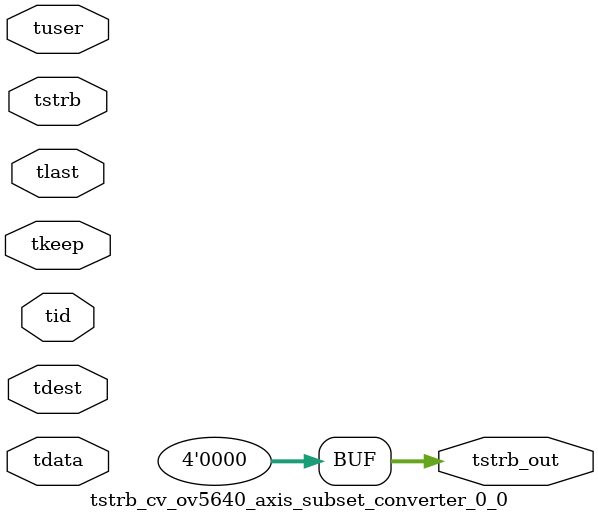
<source format=v>


`timescale 1ps/1ps

module tstrb_cv_ov5640_axis_subset_converter_0_0 #
(
parameter C_S_AXIS_TDATA_WIDTH = 32,
parameter C_S_AXIS_TUSER_WIDTH = 0,
parameter C_S_AXIS_TID_WIDTH   = 0,
parameter C_S_AXIS_TDEST_WIDTH = 0,
parameter C_M_AXIS_TDATA_WIDTH = 32
)
(
input  [(C_S_AXIS_TDATA_WIDTH == 0 ? 1 : C_S_AXIS_TDATA_WIDTH)-1:0     ] tdata,
input  [(C_S_AXIS_TUSER_WIDTH == 0 ? 1 : C_S_AXIS_TUSER_WIDTH)-1:0     ] tuser,
input  [(C_S_AXIS_TID_WIDTH   == 0 ? 1 : C_S_AXIS_TID_WIDTH)-1:0       ] tid,
input  [(C_S_AXIS_TDEST_WIDTH == 0 ? 1 : C_S_AXIS_TDEST_WIDTH)-1:0     ] tdest,
input  [(C_S_AXIS_TDATA_WIDTH/8)-1:0 ] tkeep,
input  [(C_S_AXIS_TDATA_WIDTH/8)-1:0 ] tstrb,
input                                                                    tlast,
output [(C_M_AXIS_TDATA_WIDTH/8)-1:0 ] tstrb_out
);

assign tstrb_out = {1'b0};

endmodule


</source>
